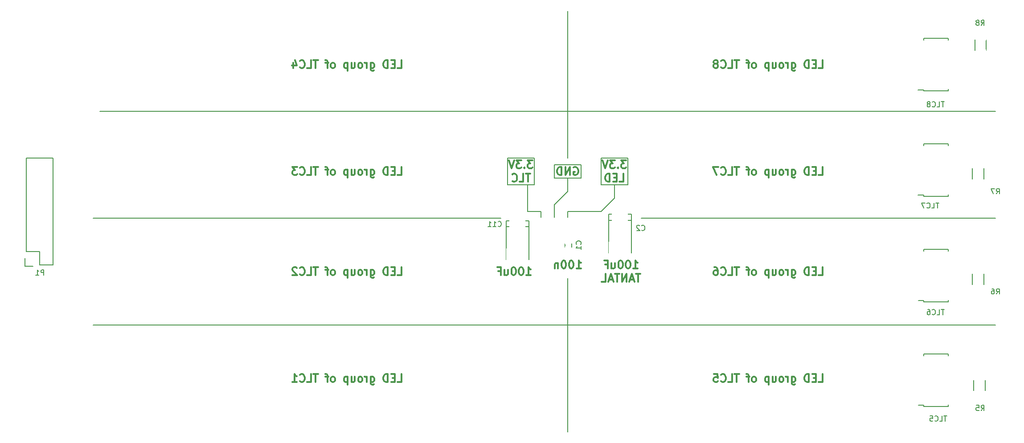
<source format=gbr>
G04 #@! TF.FileFunction,Legend,Bot*
%FSLAX46Y46*%
G04 Gerber Fmt 4.6, Leading zero omitted, Abs format (unit mm)*
G04 Created by KiCad (PCBNEW 4.0.4-stable) date Sat Oct 22 19:05:42 2016*
%MOMM*%
%LPD*%
G01*
G04 APERTURE LIST*
%ADD10C,0.100000*%
%ADD11C,0.300000*%
%ADD12C,0.200000*%
%ADD13C,0.150000*%
%ADD14C,1.924000*%
%ADD15R,2.127200X2.127200*%
%ADD16O,2.127200X2.127200*%
%ADD17R,2.100000X2.400000*%
%ADD18R,1.290000X1.500000*%
%ADD19R,1.500000X0.800000*%
%ADD20R,1.700000X1.700000*%
%ADD21C,1.700000*%
%ADD22R,3.100020X2.950160*%
%ADD23R,4.199840X2.950160*%
%ADD24R,1.150000X1.600000*%
%ADD25R,2.127200X2.432000*%
%ADD26O,2.127200X2.432000*%
%ADD27C,6.800000*%
G04 APERTURE END LIST*
D10*
D11*
X208551428Y-93998571D02*
X209408571Y-93998571D01*
X208979999Y-93998571D02*
X208979999Y-92498571D01*
X209122856Y-92712857D01*
X209265714Y-92855714D01*
X209408571Y-92927143D01*
X207622857Y-92498571D02*
X207480000Y-92498571D01*
X207337143Y-92570000D01*
X207265714Y-92641429D01*
X207194285Y-92784286D01*
X207122857Y-93070000D01*
X207122857Y-93427143D01*
X207194285Y-93712857D01*
X207265714Y-93855714D01*
X207337143Y-93927143D01*
X207480000Y-93998571D01*
X207622857Y-93998571D01*
X207765714Y-93927143D01*
X207837143Y-93855714D01*
X207908571Y-93712857D01*
X207980000Y-93427143D01*
X207980000Y-93070000D01*
X207908571Y-92784286D01*
X207837143Y-92641429D01*
X207765714Y-92570000D01*
X207622857Y-92498571D01*
X206194286Y-92498571D02*
X206051429Y-92498571D01*
X205908572Y-92570000D01*
X205837143Y-92641429D01*
X205765714Y-92784286D01*
X205694286Y-93070000D01*
X205694286Y-93427143D01*
X205765714Y-93712857D01*
X205837143Y-93855714D01*
X205908572Y-93927143D01*
X206051429Y-93998571D01*
X206194286Y-93998571D01*
X206337143Y-93927143D01*
X206408572Y-93855714D01*
X206480000Y-93712857D01*
X206551429Y-93427143D01*
X206551429Y-93070000D01*
X206480000Y-92784286D01*
X206408572Y-92641429D01*
X206337143Y-92570000D01*
X206194286Y-92498571D01*
X204408572Y-92998571D02*
X204408572Y-93998571D01*
X205051429Y-92998571D02*
X205051429Y-93784286D01*
X204980001Y-93927143D01*
X204837143Y-93998571D01*
X204622858Y-93998571D01*
X204480001Y-93927143D01*
X204408572Y-93855714D01*
X203194286Y-93212857D02*
X203694286Y-93212857D01*
X203694286Y-93998571D02*
X203694286Y-92498571D01*
X202980000Y-92498571D01*
X228871428Y-92723571D02*
X229728571Y-92723571D01*
X229299999Y-92723571D02*
X229299999Y-91223571D01*
X229442856Y-91437857D01*
X229585714Y-91580714D01*
X229728571Y-91652143D01*
X227942857Y-91223571D02*
X227800000Y-91223571D01*
X227657143Y-91295000D01*
X227585714Y-91366429D01*
X227514285Y-91509286D01*
X227442857Y-91795000D01*
X227442857Y-92152143D01*
X227514285Y-92437857D01*
X227585714Y-92580714D01*
X227657143Y-92652143D01*
X227800000Y-92723571D01*
X227942857Y-92723571D01*
X228085714Y-92652143D01*
X228157143Y-92580714D01*
X228228571Y-92437857D01*
X228300000Y-92152143D01*
X228300000Y-91795000D01*
X228228571Y-91509286D01*
X228157143Y-91366429D01*
X228085714Y-91295000D01*
X227942857Y-91223571D01*
X226514286Y-91223571D02*
X226371429Y-91223571D01*
X226228572Y-91295000D01*
X226157143Y-91366429D01*
X226085714Y-91509286D01*
X226014286Y-91795000D01*
X226014286Y-92152143D01*
X226085714Y-92437857D01*
X226157143Y-92580714D01*
X226228572Y-92652143D01*
X226371429Y-92723571D01*
X226514286Y-92723571D01*
X226657143Y-92652143D01*
X226728572Y-92580714D01*
X226800000Y-92437857D01*
X226871429Y-92152143D01*
X226871429Y-91795000D01*
X226800000Y-91509286D01*
X226728572Y-91366429D01*
X226657143Y-91295000D01*
X226514286Y-91223571D01*
X224728572Y-91723571D02*
X224728572Y-92723571D01*
X225371429Y-91723571D02*
X225371429Y-92509286D01*
X225300001Y-92652143D01*
X225157143Y-92723571D01*
X224942858Y-92723571D01*
X224800001Y-92652143D01*
X224728572Y-92580714D01*
X223514286Y-91937857D02*
X224014286Y-91937857D01*
X224014286Y-92723571D02*
X224014286Y-91223571D01*
X223300000Y-91223571D01*
X230228571Y-93773571D02*
X229371428Y-93773571D01*
X229799999Y-95273571D02*
X229799999Y-93773571D01*
X228942857Y-94845000D02*
X228228571Y-94845000D01*
X229085714Y-95273571D02*
X228585714Y-93773571D01*
X228085714Y-95273571D01*
X227585714Y-95273571D02*
X227585714Y-93773571D01*
X226728571Y-95273571D01*
X226728571Y-93773571D01*
X226228571Y-93773571D02*
X225371428Y-93773571D01*
X225799999Y-95273571D02*
X225799999Y-93773571D01*
X224942857Y-94845000D02*
X224228571Y-94845000D01*
X225085714Y-95273571D02*
X224585714Y-93773571D01*
X224085714Y-95273571D01*
X222871428Y-95273571D02*
X223585714Y-95273571D01*
X223585714Y-93773571D01*
X218068571Y-92728571D02*
X218925714Y-92728571D01*
X218497142Y-92728571D02*
X218497142Y-91228571D01*
X218639999Y-91442857D01*
X218782857Y-91585714D01*
X218925714Y-91657143D01*
X217140000Y-91228571D02*
X216997143Y-91228571D01*
X216854286Y-91300000D01*
X216782857Y-91371429D01*
X216711428Y-91514286D01*
X216640000Y-91800000D01*
X216640000Y-92157143D01*
X216711428Y-92442857D01*
X216782857Y-92585714D01*
X216854286Y-92657143D01*
X216997143Y-92728571D01*
X217140000Y-92728571D01*
X217282857Y-92657143D01*
X217354286Y-92585714D01*
X217425714Y-92442857D01*
X217497143Y-92157143D01*
X217497143Y-91800000D01*
X217425714Y-91514286D01*
X217354286Y-91371429D01*
X217282857Y-91300000D01*
X217140000Y-91228571D01*
X215711429Y-91228571D02*
X215568572Y-91228571D01*
X215425715Y-91300000D01*
X215354286Y-91371429D01*
X215282857Y-91514286D01*
X215211429Y-91800000D01*
X215211429Y-92157143D01*
X215282857Y-92442857D01*
X215354286Y-92585714D01*
X215425715Y-92657143D01*
X215568572Y-92728571D01*
X215711429Y-92728571D01*
X215854286Y-92657143D01*
X215925715Y-92585714D01*
X215997143Y-92442857D01*
X216068572Y-92157143D01*
X216068572Y-91800000D01*
X215997143Y-91514286D01*
X215925715Y-91371429D01*
X215854286Y-91300000D01*
X215711429Y-91228571D01*
X214568572Y-91728571D02*
X214568572Y-92728571D01*
X214568572Y-91871429D02*
X214497144Y-91800000D01*
X214354286Y-91728571D01*
X214140001Y-91728571D01*
X213997144Y-91800000D01*
X213925715Y-91942857D01*
X213925715Y-92728571D01*
D12*
X216390000Y-78080000D02*
X216390000Y-75540000D01*
X213850000Y-80620000D02*
X216390000Y-78080000D01*
X213850000Y-83160000D02*
X213850000Y-80620000D01*
X213850000Y-75540000D02*
X213850000Y-73000000D01*
X218930000Y-75540000D02*
X213850000Y-75540000D01*
X218930000Y-73000000D02*
X218930000Y-75540000D01*
X213850000Y-73000000D02*
X218930000Y-73000000D01*
D11*
X217532857Y-73520000D02*
X217675714Y-73448571D01*
X217890000Y-73448571D01*
X218104285Y-73520000D01*
X218247143Y-73662857D01*
X218318571Y-73805714D01*
X218390000Y-74091429D01*
X218390000Y-74305714D01*
X218318571Y-74591429D01*
X218247143Y-74734286D01*
X218104285Y-74877143D01*
X217890000Y-74948571D01*
X217747143Y-74948571D01*
X217532857Y-74877143D01*
X217461428Y-74805714D01*
X217461428Y-74305714D01*
X217747143Y-74305714D01*
X216818571Y-74948571D02*
X216818571Y-73448571D01*
X215961428Y-74948571D01*
X215961428Y-73448571D01*
X215247142Y-74948571D02*
X215247142Y-73448571D01*
X214889999Y-73448571D01*
X214675714Y-73520000D01*
X214532856Y-73662857D01*
X214461428Y-73805714D01*
X214389999Y-74091429D01*
X214389999Y-74305714D01*
X214461428Y-74591429D01*
X214532856Y-74734286D01*
X214675714Y-74877143D01*
X214889999Y-74948571D01*
X215247142Y-74948571D01*
D12*
X216390000Y-81890000D02*
X217660000Y-81890000D01*
X216390000Y-84430000D02*
X216390000Y-81890000D01*
X216390000Y-70460000D02*
X216390000Y-71730000D01*
X216390000Y-46330000D02*
X216390000Y-70460000D01*
X216390000Y-103480000D02*
X216390000Y-94590000D01*
X222740000Y-81890000D02*
X217660000Y-81890000D01*
X225280000Y-79350000D02*
X222740000Y-81890000D01*
X225280000Y-76810000D02*
X225280000Y-79350000D01*
X222740000Y-76810000D02*
X222740000Y-71730000D01*
X227820000Y-76810000D02*
X222740000Y-76810000D01*
X227820000Y-71730000D02*
X227820000Y-76810000D01*
X222740000Y-71730000D02*
X227820000Y-71730000D01*
D11*
X227494285Y-72173571D02*
X226565714Y-72173571D01*
X227065714Y-72745000D01*
X226851428Y-72745000D01*
X226708571Y-72816429D01*
X226637142Y-72887857D01*
X226565714Y-73030714D01*
X226565714Y-73387857D01*
X226637142Y-73530714D01*
X226708571Y-73602143D01*
X226851428Y-73673571D01*
X227280000Y-73673571D01*
X227422857Y-73602143D01*
X227494285Y-73530714D01*
X225922857Y-73530714D02*
X225851429Y-73602143D01*
X225922857Y-73673571D01*
X225994286Y-73602143D01*
X225922857Y-73530714D01*
X225922857Y-73673571D01*
X225351428Y-72173571D02*
X224422857Y-72173571D01*
X224922857Y-72745000D01*
X224708571Y-72745000D01*
X224565714Y-72816429D01*
X224494285Y-72887857D01*
X224422857Y-73030714D01*
X224422857Y-73387857D01*
X224494285Y-73530714D01*
X224565714Y-73602143D01*
X224708571Y-73673571D01*
X225137143Y-73673571D01*
X225280000Y-73602143D01*
X225351428Y-73530714D01*
X223994286Y-72173571D02*
X223494286Y-73673571D01*
X222994286Y-72173571D01*
X226244285Y-76223571D02*
X226958571Y-76223571D01*
X226958571Y-74723571D01*
X225744285Y-75437857D02*
X225244285Y-75437857D01*
X225029999Y-76223571D02*
X225744285Y-76223571D01*
X225744285Y-74723571D01*
X225029999Y-74723571D01*
X224387142Y-76223571D02*
X224387142Y-74723571D01*
X224029999Y-74723571D01*
X223815714Y-74795000D01*
X223672856Y-74937857D01*
X223601428Y-75080714D01*
X223529999Y-75366429D01*
X223529999Y-75580714D01*
X223601428Y-75866429D01*
X223672856Y-76009286D01*
X223815714Y-76152143D01*
X224029999Y-76223571D01*
X224387142Y-76223571D01*
D12*
X230360000Y-83160000D02*
X297670000Y-83160000D01*
X203690000Y-83160000D02*
X126220000Y-83160000D01*
X211310000Y-81890000D02*
X211310000Y-83160000D01*
X210040000Y-76810000D02*
X208770000Y-76810000D01*
X210040000Y-71730000D02*
X210040000Y-76810000D01*
X204960000Y-71730000D02*
X210040000Y-71730000D01*
X204960000Y-76810000D02*
X204960000Y-71730000D01*
X208770000Y-76810000D02*
X204960000Y-76810000D01*
X208770000Y-81890000D02*
X208770000Y-76810000D01*
X211310000Y-81890000D02*
X208770000Y-81890000D01*
D11*
X209714285Y-72173571D02*
X208785714Y-72173571D01*
X209285714Y-72745000D01*
X209071428Y-72745000D01*
X208928571Y-72816429D01*
X208857142Y-72887857D01*
X208785714Y-73030714D01*
X208785714Y-73387857D01*
X208857142Y-73530714D01*
X208928571Y-73602143D01*
X209071428Y-73673571D01*
X209500000Y-73673571D01*
X209642857Y-73602143D01*
X209714285Y-73530714D01*
X208142857Y-73530714D02*
X208071429Y-73602143D01*
X208142857Y-73673571D01*
X208214286Y-73602143D01*
X208142857Y-73530714D01*
X208142857Y-73673571D01*
X207571428Y-72173571D02*
X206642857Y-72173571D01*
X207142857Y-72745000D01*
X206928571Y-72745000D01*
X206785714Y-72816429D01*
X206714285Y-72887857D01*
X206642857Y-73030714D01*
X206642857Y-73387857D01*
X206714285Y-73530714D01*
X206785714Y-73602143D01*
X206928571Y-73673571D01*
X207357143Y-73673571D01*
X207500000Y-73602143D01*
X207571428Y-73530714D01*
X206214286Y-72173571D02*
X205714286Y-73673571D01*
X205214286Y-72173571D01*
X209285714Y-74723571D02*
X208428571Y-74723571D01*
X208857142Y-76223571D02*
X208857142Y-74723571D01*
X207214285Y-76223571D02*
X207928571Y-76223571D01*
X207928571Y-74723571D01*
X205857142Y-76080714D02*
X205928571Y-76152143D01*
X206142857Y-76223571D01*
X206285714Y-76223571D01*
X206499999Y-76152143D01*
X206642857Y-76009286D01*
X206714285Y-75866429D01*
X206785714Y-75580714D01*
X206785714Y-75366429D01*
X206714285Y-75080714D01*
X206642857Y-74937857D01*
X206499999Y-74795000D01*
X206285714Y-74723571D01*
X206142857Y-74723571D01*
X205928571Y-74795000D01*
X205857142Y-74866429D01*
X264097142Y-114318571D02*
X264811428Y-114318571D01*
X264811428Y-112818571D01*
X263597142Y-113532857D02*
X263097142Y-113532857D01*
X262882856Y-114318571D02*
X263597142Y-114318571D01*
X263597142Y-112818571D01*
X262882856Y-112818571D01*
X262239999Y-114318571D02*
X262239999Y-112818571D01*
X261882856Y-112818571D01*
X261668571Y-112890000D01*
X261525713Y-113032857D01*
X261454285Y-113175714D01*
X261382856Y-113461429D01*
X261382856Y-113675714D01*
X261454285Y-113961429D01*
X261525713Y-114104286D01*
X261668571Y-114247143D01*
X261882856Y-114318571D01*
X262239999Y-114318571D01*
X258954285Y-113318571D02*
X258954285Y-114532857D01*
X259025714Y-114675714D01*
X259097142Y-114747143D01*
X259239999Y-114818571D01*
X259454285Y-114818571D01*
X259597142Y-114747143D01*
X258954285Y-114247143D02*
X259097142Y-114318571D01*
X259382856Y-114318571D01*
X259525714Y-114247143D01*
X259597142Y-114175714D01*
X259668571Y-114032857D01*
X259668571Y-113604286D01*
X259597142Y-113461429D01*
X259525714Y-113390000D01*
X259382856Y-113318571D01*
X259097142Y-113318571D01*
X258954285Y-113390000D01*
X258239999Y-114318571D02*
X258239999Y-113318571D01*
X258239999Y-113604286D02*
X258168571Y-113461429D01*
X258097142Y-113390000D01*
X257954285Y-113318571D01*
X257811428Y-113318571D01*
X257097142Y-114318571D02*
X257240000Y-114247143D01*
X257311428Y-114175714D01*
X257382857Y-114032857D01*
X257382857Y-113604286D01*
X257311428Y-113461429D01*
X257240000Y-113390000D01*
X257097142Y-113318571D01*
X256882857Y-113318571D01*
X256740000Y-113390000D01*
X256668571Y-113461429D01*
X256597142Y-113604286D01*
X256597142Y-114032857D01*
X256668571Y-114175714D01*
X256740000Y-114247143D01*
X256882857Y-114318571D01*
X257097142Y-114318571D01*
X255311428Y-113318571D02*
X255311428Y-114318571D01*
X255954285Y-113318571D02*
X255954285Y-114104286D01*
X255882857Y-114247143D01*
X255739999Y-114318571D01*
X255525714Y-114318571D01*
X255382857Y-114247143D01*
X255311428Y-114175714D01*
X254597142Y-113318571D02*
X254597142Y-114818571D01*
X254597142Y-113390000D02*
X254454285Y-113318571D01*
X254168571Y-113318571D01*
X254025714Y-113390000D01*
X253954285Y-113461429D01*
X253882856Y-113604286D01*
X253882856Y-114032857D01*
X253954285Y-114175714D01*
X254025714Y-114247143D01*
X254168571Y-114318571D01*
X254454285Y-114318571D01*
X254597142Y-114247143D01*
X251882856Y-114318571D02*
X252025714Y-114247143D01*
X252097142Y-114175714D01*
X252168571Y-114032857D01*
X252168571Y-113604286D01*
X252097142Y-113461429D01*
X252025714Y-113390000D01*
X251882856Y-113318571D01*
X251668571Y-113318571D01*
X251525714Y-113390000D01*
X251454285Y-113461429D01*
X251382856Y-113604286D01*
X251382856Y-114032857D01*
X251454285Y-114175714D01*
X251525714Y-114247143D01*
X251668571Y-114318571D01*
X251882856Y-114318571D01*
X250954285Y-113318571D02*
X250382856Y-113318571D01*
X250739999Y-114318571D02*
X250739999Y-113032857D01*
X250668571Y-112890000D01*
X250525713Y-112818571D01*
X250382856Y-112818571D01*
X248954285Y-112818571D02*
X248097142Y-112818571D01*
X248525713Y-114318571D02*
X248525713Y-112818571D01*
X246882856Y-114318571D02*
X247597142Y-114318571D01*
X247597142Y-112818571D01*
X245525713Y-114175714D02*
X245597142Y-114247143D01*
X245811428Y-114318571D01*
X245954285Y-114318571D01*
X246168570Y-114247143D01*
X246311428Y-114104286D01*
X246382856Y-113961429D01*
X246454285Y-113675714D01*
X246454285Y-113461429D01*
X246382856Y-113175714D01*
X246311428Y-113032857D01*
X246168570Y-112890000D01*
X245954285Y-112818571D01*
X245811428Y-112818571D01*
X245597142Y-112890000D01*
X245525713Y-112961429D01*
X244168570Y-112818571D02*
X244882856Y-112818571D01*
X244954285Y-113532857D01*
X244882856Y-113461429D01*
X244739999Y-113390000D01*
X244382856Y-113390000D01*
X244239999Y-113461429D01*
X244168570Y-113532857D01*
X244097142Y-113675714D01*
X244097142Y-114032857D01*
X244168570Y-114175714D01*
X244239999Y-114247143D01*
X244382856Y-114318571D01*
X244739999Y-114318571D01*
X244882856Y-114247143D01*
X244954285Y-114175714D01*
X264097142Y-93998571D02*
X264811428Y-93998571D01*
X264811428Y-92498571D01*
X263597142Y-93212857D02*
X263097142Y-93212857D01*
X262882856Y-93998571D02*
X263597142Y-93998571D01*
X263597142Y-92498571D01*
X262882856Y-92498571D01*
X262239999Y-93998571D02*
X262239999Y-92498571D01*
X261882856Y-92498571D01*
X261668571Y-92570000D01*
X261525713Y-92712857D01*
X261454285Y-92855714D01*
X261382856Y-93141429D01*
X261382856Y-93355714D01*
X261454285Y-93641429D01*
X261525713Y-93784286D01*
X261668571Y-93927143D01*
X261882856Y-93998571D01*
X262239999Y-93998571D01*
X258954285Y-92998571D02*
X258954285Y-94212857D01*
X259025714Y-94355714D01*
X259097142Y-94427143D01*
X259239999Y-94498571D01*
X259454285Y-94498571D01*
X259597142Y-94427143D01*
X258954285Y-93927143D02*
X259097142Y-93998571D01*
X259382856Y-93998571D01*
X259525714Y-93927143D01*
X259597142Y-93855714D01*
X259668571Y-93712857D01*
X259668571Y-93284286D01*
X259597142Y-93141429D01*
X259525714Y-93070000D01*
X259382856Y-92998571D01*
X259097142Y-92998571D01*
X258954285Y-93070000D01*
X258239999Y-93998571D02*
X258239999Y-92998571D01*
X258239999Y-93284286D02*
X258168571Y-93141429D01*
X258097142Y-93070000D01*
X257954285Y-92998571D01*
X257811428Y-92998571D01*
X257097142Y-93998571D02*
X257240000Y-93927143D01*
X257311428Y-93855714D01*
X257382857Y-93712857D01*
X257382857Y-93284286D01*
X257311428Y-93141429D01*
X257240000Y-93070000D01*
X257097142Y-92998571D01*
X256882857Y-92998571D01*
X256740000Y-93070000D01*
X256668571Y-93141429D01*
X256597142Y-93284286D01*
X256597142Y-93712857D01*
X256668571Y-93855714D01*
X256740000Y-93927143D01*
X256882857Y-93998571D01*
X257097142Y-93998571D01*
X255311428Y-92998571D02*
X255311428Y-93998571D01*
X255954285Y-92998571D02*
X255954285Y-93784286D01*
X255882857Y-93927143D01*
X255739999Y-93998571D01*
X255525714Y-93998571D01*
X255382857Y-93927143D01*
X255311428Y-93855714D01*
X254597142Y-92998571D02*
X254597142Y-94498571D01*
X254597142Y-93070000D02*
X254454285Y-92998571D01*
X254168571Y-92998571D01*
X254025714Y-93070000D01*
X253954285Y-93141429D01*
X253882856Y-93284286D01*
X253882856Y-93712857D01*
X253954285Y-93855714D01*
X254025714Y-93927143D01*
X254168571Y-93998571D01*
X254454285Y-93998571D01*
X254597142Y-93927143D01*
X251882856Y-93998571D02*
X252025714Y-93927143D01*
X252097142Y-93855714D01*
X252168571Y-93712857D01*
X252168571Y-93284286D01*
X252097142Y-93141429D01*
X252025714Y-93070000D01*
X251882856Y-92998571D01*
X251668571Y-92998571D01*
X251525714Y-93070000D01*
X251454285Y-93141429D01*
X251382856Y-93284286D01*
X251382856Y-93712857D01*
X251454285Y-93855714D01*
X251525714Y-93927143D01*
X251668571Y-93998571D01*
X251882856Y-93998571D01*
X250954285Y-92998571D02*
X250382856Y-92998571D01*
X250739999Y-93998571D02*
X250739999Y-92712857D01*
X250668571Y-92570000D01*
X250525713Y-92498571D01*
X250382856Y-92498571D01*
X248954285Y-92498571D02*
X248097142Y-92498571D01*
X248525713Y-93998571D02*
X248525713Y-92498571D01*
X246882856Y-93998571D02*
X247597142Y-93998571D01*
X247597142Y-92498571D01*
X245525713Y-93855714D02*
X245597142Y-93927143D01*
X245811428Y-93998571D01*
X245954285Y-93998571D01*
X246168570Y-93927143D01*
X246311428Y-93784286D01*
X246382856Y-93641429D01*
X246454285Y-93355714D01*
X246454285Y-93141429D01*
X246382856Y-92855714D01*
X246311428Y-92712857D01*
X246168570Y-92570000D01*
X245954285Y-92498571D01*
X245811428Y-92498571D01*
X245597142Y-92570000D01*
X245525713Y-92641429D01*
X244239999Y-92498571D02*
X244525713Y-92498571D01*
X244668570Y-92570000D01*
X244739999Y-92641429D01*
X244882856Y-92855714D01*
X244954285Y-93141429D01*
X244954285Y-93712857D01*
X244882856Y-93855714D01*
X244811428Y-93927143D01*
X244668570Y-93998571D01*
X244382856Y-93998571D01*
X244239999Y-93927143D01*
X244168570Y-93855714D01*
X244097142Y-93712857D01*
X244097142Y-93355714D01*
X244168570Y-93212857D01*
X244239999Y-93141429D01*
X244382856Y-93070000D01*
X244668570Y-93070000D01*
X244811428Y-93141429D01*
X244882856Y-93212857D01*
X244954285Y-93355714D01*
X264097142Y-74948571D02*
X264811428Y-74948571D01*
X264811428Y-73448571D01*
X263597142Y-74162857D02*
X263097142Y-74162857D01*
X262882856Y-74948571D02*
X263597142Y-74948571D01*
X263597142Y-73448571D01*
X262882856Y-73448571D01*
X262239999Y-74948571D02*
X262239999Y-73448571D01*
X261882856Y-73448571D01*
X261668571Y-73520000D01*
X261525713Y-73662857D01*
X261454285Y-73805714D01*
X261382856Y-74091429D01*
X261382856Y-74305714D01*
X261454285Y-74591429D01*
X261525713Y-74734286D01*
X261668571Y-74877143D01*
X261882856Y-74948571D01*
X262239999Y-74948571D01*
X258954285Y-73948571D02*
X258954285Y-75162857D01*
X259025714Y-75305714D01*
X259097142Y-75377143D01*
X259239999Y-75448571D01*
X259454285Y-75448571D01*
X259597142Y-75377143D01*
X258954285Y-74877143D02*
X259097142Y-74948571D01*
X259382856Y-74948571D01*
X259525714Y-74877143D01*
X259597142Y-74805714D01*
X259668571Y-74662857D01*
X259668571Y-74234286D01*
X259597142Y-74091429D01*
X259525714Y-74020000D01*
X259382856Y-73948571D01*
X259097142Y-73948571D01*
X258954285Y-74020000D01*
X258239999Y-74948571D02*
X258239999Y-73948571D01*
X258239999Y-74234286D02*
X258168571Y-74091429D01*
X258097142Y-74020000D01*
X257954285Y-73948571D01*
X257811428Y-73948571D01*
X257097142Y-74948571D02*
X257240000Y-74877143D01*
X257311428Y-74805714D01*
X257382857Y-74662857D01*
X257382857Y-74234286D01*
X257311428Y-74091429D01*
X257240000Y-74020000D01*
X257097142Y-73948571D01*
X256882857Y-73948571D01*
X256740000Y-74020000D01*
X256668571Y-74091429D01*
X256597142Y-74234286D01*
X256597142Y-74662857D01*
X256668571Y-74805714D01*
X256740000Y-74877143D01*
X256882857Y-74948571D01*
X257097142Y-74948571D01*
X255311428Y-73948571D02*
X255311428Y-74948571D01*
X255954285Y-73948571D02*
X255954285Y-74734286D01*
X255882857Y-74877143D01*
X255739999Y-74948571D01*
X255525714Y-74948571D01*
X255382857Y-74877143D01*
X255311428Y-74805714D01*
X254597142Y-73948571D02*
X254597142Y-75448571D01*
X254597142Y-74020000D02*
X254454285Y-73948571D01*
X254168571Y-73948571D01*
X254025714Y-74020000D01*
X253954285Y-74091429D01*
X253882856Y-74234286D01*
X253882856Y-74662857D01*
X253954285Y-74805714D01*
X254025714Y-74877143D01*
X254168571Y-74948571D01*
X254454285Y-74948571D01*
X254597142Y-74877143D01*
X251882856Y-74948571D02*
X252025714Y-74877143D01*
X252097142Y-74805714D01*
X252168571Y-74662857D01*
X252168571Y-74234286D01*
X252097142Y-74091429D01*
X252025714Y-74020000D01*
X251882856Y-73948571D01*
X251668571Y-73948571D01*
X251525714Y-74020000D01*
X251454285Y-74091429D01*
X251382856Y-74234286D01*
X251382856Y-74662857D01*
X251454285Y-74805714D01*
X251525714Y-74877143D01*
X251668571Y-74948571D01*
X251882856Y-74948571D01*
X250954285Y-73948571D02*
X250382856Y-73948571D01*
X250739999Y-74948571D02*
X250739999Y-73662857D01*
X250668571Y-73520000D01*
X250525713Y-73448571D01*
X250382856Y-73448571D01*
X248954285Y-73448571D02*
X248097142Y-73448571D01*
X248525713Y-74948571D02*
X248525713Y-73448571D01*
X246882856Y-74948571D02*
X247597142Y-74948571D01*
X247597142Y-73448571D01*
X245525713Y-74805714D02*
X245597142Y-74877143D01*
X245811428Y-74948571D01*
X245954285Y-74948571D01*
X246168570Y-74877143D01*
X246311428Y-74734286D01*
X246382856Y-74591429D01*
X246454285Y-74305714D01*
X246454285Y-74091429D01*
X246382856Y-73805714D01*
X246311428Y-73662857D01*
X246168570Y-73520000D01*
X245954285Y-73448571D01*
X245811428Y-73448571D01*
X245597142Y-73520000D01*
X245525713Y-73591429D01*
X245025713Y-73448571D02*
X244025713Y-73448571D01*
X244668570Y-74948571D01*
X264097142Y-54628571D02*
X264811428Y-54628571D01*
X264811428Y-53128571D01*
X263597142Y-53842857D02*
X263097142Y-53842857D01*
X262882856Y-54628571D02*
X263597142Y-54628571D01*
X263597142Y-53128571D01*
X262882856Y-53128571D01*
X262239999Y-54628571D02*
X262239999Y-53128571D01*
X261882856Y-53128571D01*
X261668571Y-53200000D01*
X261525713Y-53342857D01*
X261454285Y-53485714D01*
X261382856Y-53771429D01*
X261382856Y-53985714D01*
X261454285Y-54271429D01*
X261525713Y-54414286D01*
X261668571Y-54557143D01*
X261882856Y-54628571D01*
X262239999Y-54628571D01*
X258954285Y-53628571D02*
X258954285Y-54842857D01*
X259025714Y-54985714D01*
X259097142Y-55057143D01*
X259239999Y-55128571D01*
X259454285Y-55128571D01*
X259597142Y-55057143D01*
X258954285Y-54557143D02*
X259097142Y-54628571D01*
X259382856Y-54628571D01*
X259525714Y-54557143D01*
X259597142Y-54485714D01*
X259668571Y-54342857D01*
X259668571Y-53914286D01*
X259597142Y-53771429D01*
X259525714Y-53700000D01*
X259382856Y-53628571D01*
X259097142Y-53628571D01*
X258954285Y-53700000D01*
X258239999Y-54628571D02*
X258239999Y-53628571D01*
X258239999Y-53914286D02*
X258168571Y-53771429D01*
X258097142Y-53700000D01*
X257954285Y-53628571D01*
X257811428Y-53628571D01*
X257097142Y-54628571D02*
X257240000Y-54557143D01*
X257311428Y-54485714D01*
X257382857Y-54342857D01*
X257382857Y-53914286D01*
X257311428Y-53771429D01*
X257240000Y-53700000D01*
X257097142Y-53628571D01*
X256882857Y-53628571D01*
X256740000Y-53700000D01*
X256668571Y-53771429D01*
X256597142Y-53914286D01*
X256597142Y-54342857D01*
X256668571Y-54485714D01*
X256740000Y-54557143D01*
X256882857Y-54628571D01*
X257097142Y-54628571D01*
X255311428Y-53628571D02*
X255311428Y-54628571D01*
X255954285Y-53628571D02*
X255954285Y-54414286D01*
X255882857Y-54557143D01*
X255739999Y-54628571D01*
X255525714Y-54628571D01*
X255382857Y-54557143D01*
X255311428Y-54485714D01*
X254597142Y-53628571D02*
X254597142Y-55128571D01*
X254597142Y-53700000D02*
X254454285Y-53628571D01*
X254168571Y-53628571D01*
X254025714Y-53700000D01*
X253954285Y-53771429D01*
X253882856Y-53914286D01*
X253882856Y-54342857D01*
X253954285Y-54485714D01*
X254025714Y-54557143D01*
X254168571Y-54628571D01*
X254454285Y-54628571D01*
X254597142Y-54557143D01*
X251882856Y-54628571D02*
X252025714Y-54557143D01*
X252097142Y-54485714D01*
X252168571Y-54342857D01*
X252168571Y-53914286D01*
X252097142Y-53771429D01*
X252025714Y-53700000D01*
X251882856Y-53628571D01*
X251668571Y-53628571D01*
X251525714Y-53700000D01*
X251454285Y-53771429D01*
X251382856Y-53914286D01*
X251382856Y-54342857D01*
X251454285Y-54485714D01*
X251525714Y-54557143D01*
X251668571Y-54628571D01*
X251882856Y-54628571D01*
X250954285Y-53628571D02*
X250382856Y-53628571D01*
X250739999Y-54628571D02*
X250739999Y-53342857D01*
X250668571Y-53200000D01*
X250525713Y-53128571D01*
X250382856Y-53128571D01*
X248954285Y-53128571D02*
X248097142Y-53128571D01*
X248525713Y-54628571D02*
X248525713Y-53128571D01*
X246882856Y-54628571D02*
X247597142Y-54628571D01*
X247597142Y-53128571D01*
X245525713Y-54485714D02*
X245597142Y-54557143D01*
X245811428Y-54628571D01*
X245954285Y-54628571D01*
X246168570Y-54557143D01*
X246311428Y-54414286D01*
X246382856Y-54271429D01*
X246454285Y-53985714D01*
X246454285Y-53771429D01*
X246382856Y-53485714D01*
X246311428Y-53342857D01*
X246168570Y-53200000D01*
X245954285Y-53128571D01*
X245811428Y-53128571D01*
X245597142Y-53200000D01*
X245525713Y-53271429D01*
X244668570Y-53771429D02*
X244811428Y-53700000D01*
X244882856Y-53628571D01*
X244954285Y-53485714D01*
X244954285Y-53414286D01*
X244882856Y-53271429D01*
X244811428Y-53200000D01*
X244668570Y-53128571D01*
X244382856Y-53128571D01*
X244239999Y-53200000D01*
X244168570Y-53271429D01*
X244097142Y-53414286D01*
X244097142Y-53485714D01*
X244168570Y-53628571D01*
X244239999Y-53700000D01*
X244382856Y-53771429D01*
X244668570Y-53771429D01*
X244811428Y-53842857D01*
X244882856Y-53914286D01*
X244954285Y-54057143D01*
X244954285Y-54342857D01*
X244882856Y-54485714D01*
X244811428Y-54557143D01*
X244668570Y-54628571D01*
X244382856Y-54628571D01*
X244239999Y-54557143D01*
X244168570Y-54485714D01*
X244097142Y-54342857D01*
X244097142Y-54057143D01*
X244168570Y-53914286D01*
X244239999Y-53842857D01*
X244382856Y-53771429D01*
X184087142Y-114318571D02*
X184801428Y-114318571D01*
X184801428Y-112818571D01*
X183587142Y-113532857D02*
X183087142Y-113532857D01*
X182872856Y-114318571D02*
X183587142Y-114318571D01*
X183587142Y-112818571D01*
X182872856Y-112818571D01*
X182229999Y-114318571D02*
X182229999Y-112818571D01*
X181872856Y-112818571D01*
X181658571Y-112890000D01*
X181515713Y-113032857D01*
X181444285Y-113175714D01*
X181372856Y-113461429D01*
X181372856Y-113675714D01*
X181444285Y-113961429D01*
X181515713Y-114104286D01*
X181658571Y-114247143D01*
X181872856Y-114318571D01*
X182229999Y-114318571D01*
X178944285Y-113318571D02*
X178944285Y-114532857D01*
X179015714Y-114675714D01*
X179087142Y-114747143D01*
X179229999Y-114818571D01*
X179444285Y-114818571D01*
X179587142Y-114747143D01*
X178944285Y-114247143D02*
X179087142Y-114318571D01*
X179372856Y-114318571D01*
X179515714Y-114247143D01*
X179587142Y-114175714D01*
X179658571Y-114032857D01*
X179658571Y-113604286D01*
X179587142Y-113461429D01*
X179515714Y-113390000D01*
X179372856Y-113318571D01*
X179087142Y-113318571D01*
X178944285Y-113390000D01*
X178229999Y-114318571D02*
X178229999Y-113318571D01*
X178229999Y-113604286D02*
X178158571Y-113461429D01*
X178087142Y-113390000D01*
X177944285Y-113318571D01*
X177801428Y-113318571D01*
X177087142Y-114318571D02*
X177230000Y-114247143D01*
X177301428Y-114175714D01*
X177372857Y-114032857D01*
X177372857Y-113604286D01*
X177301428Y-113461429D01*
X177230000Y-113390000D01*
X177087142Y-113318571D01*
X176872857Y-113318571D01*
X176730000Y-113390000D01*
X176658571Y-113461429D01*
X176587142Y-113604286D01*
X176587142Y-114032857D01*
X176658571Y-114175714D01*
X176730000Y-114247143D01*
X176872857Y-114318571D01*
X177087142Y-114318571D01*
X175301428Y-113318571D02*
X175301428Y-114318571D01*
X175944285Y-113318571D02*
X175944285Y-114104286D01*
X175872857Y-114247143D01*
X175729999Y-114318571D01*
X175515714Y-114318571D01*
X175372857Y-114247143D01*
X175301428Y-114175714D01*
X174587142Y-113318571D02*
X174587142Y-114818571D01*
X174587142Y-113390000D02*
X174444285Y-113318571D01*
X174158571Y-113318571D01*
X174015714Y-113390000D01*
X173944285Y-113461429D01*
X173872856Y-113604286D01*
X173872856Y-114032857D01*
X173944285Y-114175714D01*
X174015714Y-114247143D01*
X174158571Y-114318571D01*
X174444285Y-114318571D01*
X174587142Y-114247143D01*
X171872856Y-114318571D02*
X172015714Y-114247143D01*
X172087142Y-114175714D01*
X172158571Y-114032857D01*
X172158571Y-113604286D01*
X172087142Y-113461429D01*
X172015714Y-113390000D01*
X171872856Y-113318571D01*
X171658571Y-113318571D01*
X171515714Y-113390000D01*
X171444285Y-113461429D01*
X171372856Y-113604286D01*
X171372856Y-114032857D01*
X171444285Y-114175714D01*
X171515714Y-114247143D01*
X171658571Y-114318571D01*
X171872856Y-114318571D01*
X170944285Y-113318571D02*
X170372856Y-113318571D01*
X170729999Y-114318571D02*
X170729999Y-113032857D01*
X170658571Y-112890000D01*
X170515713Y-112818571D01*
X170372856Y-112818571D01*
X168944285Y-112818571D02*
X168087142Y-112818571D01*
X168515713Y-114318571D02*
X168515713Y-112818571D01*
X166872856Y-114318571D02*
X167587142Y-114318571D01*
X167587142Y-112818571D01*
X165515713Y-114175714D02*
X165587142Y-114247143D01*
X165801428Y-114318571D01*
X165944285Y-114318571D01*
X166158570Y-114247143D01*
X166301428Y-114104286D01*
X166372856Y-113961429D01*
X166444285Y-113675714D01*
X166444285Y-113461429D01*
X166372856Y-113175714D01*
X166301428Y-113032857D01*
X166158570Y-112890000D01*
X165944285Y-112818571D01*
X165801428Y-112818571D01*
X165587142Y-112890000D01*
X165515713Y-112961429D01*
X164087142Y-114318571D02*
X164944285Y-114318571D01*
X164515713Y-114318571D02*
X164515713Y-112818571D01*
X164658570Y-113032857D01*
X164801428Y-113175714D01*
X164944285Y-113247143D01*
X184087142Y-93998571D02*
X184801428Y-93998571D01*
X184801428Y-92498571D01*
X183587142Y-93212857D02*
X183087142Y-93212857D01*
X182872856Y-93998571D02*
X183587142Y-93998571D01*
X183587142Y-92498571D01*
X182872856Y-92498571D01*
X182229999Y-93998571D02*
X182229999Y-92498571D01*
X181872856Y-92498571D01*
X181658571Y-92570000D01*
X181515713Y-92712857D01*
X181444285Y-92855714D01*
X181372856Y-93141429D01*
X181372856Y-93355714D01*
X181444285Y-93641429D01*
X181515713Y-93784286D01*
X181658571Y-93927143D01*
X181872856Y-93998571D01*
X182229999Y-93998571D01*
X178944285Y-92998571D02*
X178944285Y-94212857D01*
X179015714Y-94355714D01*
X179087142Y-94427143D01*
X179229999Y-94498571D01*
X179444285Y-94498571D01*
X179587142Y-94427143D01*
X178944285Y-93927143D02*
X179087142Y-93998571D01*
X179372856Y-93998571D01*
X179515714Y-93927143D01*
X179587142Y-93855714D01*
X179658571Y-93712857D01*
X179658571Y-93284286D01*
X179587142Y-93141429D01*
X179515714Y-93070000D01*
X179372856Y-92998571D01*
X179087142Y-92998571D01*
X178944285Y-93070000D01*
X178229999Y-93998571D02*
X178229999Y-92998571D01*
X178229999Y-93284286D02*
X178158571Y-93141429D01*
X178087142Y-93070000D01*
X177944285Y-92998571D01*
X177801428Y-92998571D01*
X177087142Y-93998571D02*
X177230000Y-93927143D01*
X177301428Y-93855714D01*
X177372857Y-93712857D01*
X177372857Y-93284286D01*
X177301428Y-93141429D01*
X177230000Y-93070000D01*
X177087142Y-92998571D01*
X176872857Y-92998571D01*
X176730000Y-93070000D01*
X176658571Y-93141429D01*
X176587142Y-93284286D01*
X176587142Y-93712857D01*
X176658571Y-93855714D01*
X176730000Y-93927143D01*
X176872857Y-93998571D01*
X177087142Y-93998571D01*
X175301428Y-92998571D02*
X175301428Y-93998571D01*
X175944285Y-92998571D02*
X175944285Y-93784286D01*
X175872857Y-93927143D01*
X175729999Y-93998571D01*
X175515714Y-93998571D01*
X175372857Y-93927143D01*
X175301428Y-93855714D01*
X174587142Y-92998571D02*
X174587142Y-94498571D01*
X174587142Y-93070000D02*
X174444285Y-92998571D01*
X174158571Y-92998571D01*
X174015714Y-93070000D01*
X173944285Y-93141429D01*
X173872856Y-93284286D01*
X173872856Y-93712857D01*
X173944285Y-93855714D01*
X174015714Y-93927143D01*
X174158571Y-93998571D01*
X174444285Y-93998571D01*
X174587142Y-93927143D01*
X171872856Y-93998571D02*
X172015714Y-93927143D01*
X172087142Y-93855714D01*
X172158571Y-93712857D01*
X172158571Y-93284286D01*
X172087142Y-93141429D01*
X172015714Y-93070000D01*
X171872856Y-92998571D01*
X171658571Y-92998571D01*
X171515714Y-93070000D01*
X171444285Y-93141429D01*
X171372856Y-93284286D01*
X171372856Y-93712857D01*
X171444285Y-93855714D01*
X171515714Y-93927143D01*
X171658571Y-93998571D01*
X171872856Y-93998571D01*
X170944285Y-92998571D02*
X170372856Y-92998571D01*
X170729999Y-93998571D02*
X170729999Y-92712857D01*
X170658571Y-92570000D01*
X170515713Y-92498571D01*
X170372856Y-92498571D01*
X168944285Y-92498571D02*
X168087142Y-92498571D01*
X168515713Y-93998571D02*
X168515713Y-92498571D01*
X166872856Y-93998571D02*
X167587142Y-93998571D01*
X167587142Y-92498571D01*
X165515713Y-93855714D02*
X165587142Y-93927143D01*
X165801428Y-93998571D01*
X165944285Y-93998571D01*
X166158570Y-93927143D01*
X166301428Y-93784286D01*
X166372856Y-93641429D01*
X166444285Y-93355714D01*
X166444285Y-93141429D01*
X166372856Y-92855714D01*
X166301428Y-92712857D01*
X166158570Y-92570000D01*
X165944285Y-92498571D01*
X165801428Y-92498571D01*
X165587142Y-92570000D01*
X165515713Y-92641429D01*
X164944285Y-92641429D02*
X164872856Y-92570000D01*
X164729999Y-92498571D01*
X164372856Y-92498571D01*
X164229999Y-92570000D01*
X164158570Y-92641429D01*
X164087142Y-92784286D01*
X164087142Y-92927143D01*
X164158570Y-93141429D01*
X165015713Y-93998571D01*
X164087142Y-93998571D01*
X184087142Y-74948571D02*
X184801428Y-74948571D01*
X184801428Y-73448571D01*
X183587142Y-74162857D02*
X183087142Y-74162857D01*
X182872856Y-74948571D02*
X183587142Y-74948571D01*
X183587142Y-73448571D01*
X182872856Y-73448571D01*
X182229999Y-74948571D02*
X182229999Y-73448571D01*
X181872856Y-73448571D01*
X181658571Y-73520000D01*
X181515713Y-73662857D01*
X181444285Y-73805714D01*
X181372856Y-74091429D01*
X181372856Y-74305714D01*
X181444285Y-74591429D01*
X181515713Y-74734286D01*
X181658571Y-74877143D01*
X181872856Y-74948571D01*
X182229999Y-74948571D01*
X178944285Y-73948571D02*
X178944285Y-75162857D01*
X179015714Y-75305714D01*
X179087142Y-75377143D01*
X179229999Y-75448571D01*
X179444285Y-75448571D01*
X179587142Y-75377143D01*
X178944285Y-74877143D02*
X179087142Y-74948571D01*
X179372856Y-74948571D01*
X179515714Y-74877143D01*
X179587142Y-74805714D01*
X179658571Y-74662857D01*
X179658571Y-74234286D01*
X179587142Y-74091429D01*
X179515714Y-74020000D01*
X179372856Y-73948571D01*
X179087142Y-73948571D01*
X178944285Y-74020000D01*
X178229999Y-74948571D02*
X178229999Y-73948571D01*
X178229999Y-74234286D02*
X178158571Y-74091429D01*
X178087142Y-74020000D01*
X177944285Y-73948571D01*
X177801428Y-73948571D01*
X177087142Y-74948571D02*
X177230000Y-74877143D01*
X177301428Y-74805714D01*
X177372857Y-74662857D01*
X177372857Y-74234286D01*
X177301428Y-74091429D01*
X177230000Y-74020000D01*
X177087142Y-73948571D01*
X176872857Y-73948571D01*
X176730000Y-74020000D01*
X176658571Y-74091429D01*
X176587142Y-74234286D01*
X176587142Y-74662857D01*
X176658571Y-74805714D01*
X176730000Y-74877143D01*
X176872857Y-74948571D01*
X177087142Y-74948571D01*
X175301428Y-73948571D02*
X175301428Y-74948571D01*
X175944285Y-73948571D02*
X175944285Y-74734286D01*
X175872857Y-74877143D01*
X175729999Y-74948571D01*
X175515714Y-74948571D01*
X175372857Y-74877143D01*
X175301428Y-74805714D01*
X174587142Y-73948571D02*
X174587142Y-75448571D01*
X174587142Y-74020000D02*
X174444285Y-73948571D01*
X174158571Y-73948571D01*
X174015714Y-74020000D01*
X173944285Y-74091429D01*
X173872856Y-74234286D01*
X173872856Y-74662857D01*
X173944285Y-74805714D01*
X174015714Y-74877143D01*
X174158571Y-74948571D01*
X174444285Y-74948571D01*
X174587142Y-74877143D01*
X171872856Y-74948571D02*
X172015714Y-74877143D01*
X172087142Y-74805714D01*
X172158571Y-74662857D01*
X172158571Y-74234286D01*
X172087142Y-74091429D01*
X172015714Y-74020000D01*
X171872856Y-73948571D01*
X171658571Y-73948571D01*
X171515714Y-74020000D01*
X171444285Y-74091429D01*
X171372856Y-74234286D01*
X171372856Y-74662857D01*
X171444285Y-74805714D01*
X171515714Y-74877143D01*
X171658571Y-74948571D01*
X171872856Y-74948571D01*
X170944285Y-73948571D02*
X170372856Y-73948571D01*
X170729999Y-74948571D02*
X170729999Y-73662857D01*
X170658571Y-73520000D01*
X170515713Y-73448571D01*
X170372856Y-73448571D01*
X168944285Y-73448571D02*
X168087142Y-73448571D01*
X168515713Y-74948571D02*
X168515713Y-73448571D01*
X166872856Y-74948571D02*
X167587142Y-74948571D01*
X167587142Y-73448571D01*
X165515713Y-74805714D02*
X165587142Y-74877143D01*
X165801428Y-74948571D01*
X165944285Y-74948571D01*
X166158570Y-74877143D01*
X166301428Y-74734286D01*
X166372856Y-74591429D01*
X166444285Y-74305714D01*
X166444285Y-74091429D01*
X166372856Y-73805714D01*
X166301428Y-73662857D01*
X166158570Y-73520000D01*
X165944285Y-73448571D01*
X165801428Y-73448571D01*
X165587142Y-73520000D01*
X165515713Y-73591429D01*
X165015713Y-73448571D02*
X164087142Y-73448571D01*
X164587142Y-74020000D01*
X164372856Y-74020000D01*
X164229999Y-74091429D01*
X164158570Y-74162857D01*
X164087142Y-74305714D01*
X164087142Y-74662857D01*
X164158570Y-74805714D01*
X164229999Y-74877143D01*
X164372856Y-74948571D01*
X164801428Y-74948571D01*
X164944285Y-74877143D01*
X165015713Y-74805714D01*
X184087142Y-54628571D02*
X184801428Y-54628571D01*
X184801428Y-53128571D01*
X183587142Y-53842857D02*
X183087142Y-53842857D01*
X182872856Y-54628571D02*
X183587142Y-54628571D01*
X183587142Y-53128571D01*
X182872856Y-53128571D01*
X182229999Y-54628571D02*
X182229999Y-53128571D01*
X181872856Y-53128571D01*
X181658571Y-53200000D01*
X181515713Y-53342857D01*
X181444285Y-53485714D01*
X181372856Y-53771429D01*
X181372856Y-53985714D01*
X181444285Y-54271429D01*
X181515713Y-54414286D01*
X181658571Y-54557143D01*
X181872856Y-54628571D01*
X182229999Y-54628571D01*
X178944285Y-53628571D02*
X178944285Y-54842857D01*
X179015714Y-54985714D01*
X179087142Y-55057143D01*
X179229999Y-55128571D01*
X179444285Y-55128571D01*
X179587142Y-55057143D01*
X178944285Y-54557143D02*
X179087142Y-54628571D01*
X179372856Y-54628571D01*
X179515714Y-54557143D01*
X179587142Y-54485714D01*
X179658571Y-54342857D01*
X179658571Y-53914286D01*
X179587142Y-53771429D01*
X179515714Y-53700000D01*
X179372856Y-53628571D01*
X179087142Y-53628571D01*
X178944285Y-53700000D01*
X178229999Y-54628571D02*
X178229999Y-53628571D01*
X178229999Y-53914286D02*
X178158571Y-53771429D01*
X178087142Y-53700000D01*
X177944285Y-53628571D01*
X177801428Y-53628571D01*
X177087142Y-54628571D02*
X177230000Y-54557143D01*
X177301428Y-54485714D01*
X177372857Y-54342857D01*
X177372857Y-53914286D01*
X177301428Y-53771429D01*
X177230000Y-53700000D01*
X177087142Y-53628571D01*
X176872857Y-53628571D01*
X176730000Y-53700000D01*
X176658571Y-53771429D01*
X176587142Y-53914286D01*
X176587142Y-54342857D01*
X176658571Y-54485714D01*
X176730000Y-54557143D01*
X176872857Y-54628571D01*
X177087142Y-54628571D01*
X175301428Y-53628571D02*
X175301428Y-54628571D01*
X175944285Y-53628571D02*
X175944285Y-54414286D01*
X175872857Y-54557143D01*
X175729999Y-54628571D01*
X175515714Y-54628571D01*
X175372857Y-54557143D01*
X175301428Y-54485714D01*
X174587142Y-53628571D02*
X174587142Y-55128571D01*
X174587142Y-53700000D02*
X174444285Y-53628571D01*
X174158571Y-53628571D01*
X174015714Y-53700000D01*
X173944285Y-53771429D01*
X173872856Y-53914286D01*
X173872856Y-54342857D01*
X173944285Y-54485714D01*
X174015714Y-54557143D01*
X174158571Y-54628571D01*
X174444285Y-54628571D01*
X174587142Y-54557143D01*
X171872856Y-54628571D02*
X172015714Y-54557143D01*
X172087142Y-54485714D01*
X172158571Y-54342857D01*
X172158571Y-53914286D01*
X172087142Y-53771429D01*
X172015714Y-53700000D01*
X171872856Y-53628571D01*
X171658571Y-53628571D01*
X171515714Y-53700000D01*
X171444285Y-53771429D01*
X171372856Y-53914286D01*
X171372856Y-54342857D01*
X171444285Y-54485714D01*
X171515714Y-54557143D01*
X171658571Y-54628571D01*
X171872856Y-54628571D01*
X170944285Y-53628571D02*
X170372856Y-53628571D01*
X170729999Y-54628571D02*
X170729999Y-53342857D01*
X170658571Y-53200000D01*
X170515713Y-53128571D01*
X170372856Y-53128571D01*
X168944285Y-53128571D02*
X168087142Y-53128571D01*
X168515713Y-54628571D02*
X168515713Y-53128571D01*
X166872856Y-54628571D02*
X167587142Y-54628571D01*
X167587142Y-53128571D01*
X165515713Y-54485714D02*
X165587142Y-54557143D01*
X165801428Y-54628571D01*
X165944285Y-54628571D01*
X166158570Y-54557143D01*
X166301428Y-54414286D01*
X166372856Y-54271429D01*
X166444285Y-53985714D01*
X166444285Y-53771429D01*
X166372856Y-53485714D01*
X166301428Y-53342857D01*
X166158570Y-53200000D01*
X165944285Y-53128571D01*
X165801428Y-53128571D01*
X165587142Y-53200000D01*
X165515713Y-53271429D01*
X164229999Y-53628571D02*
X164229999Y-54628571D01*
X164587142Y-53057143D02*
X164944285Y-54128571D01*
X164015713Y-54128571D01*
D12*
X127490000Y-62840000D02*
X297670000Y-62840000D01*
X216390000Y-122530000D02*
X216390000Y-123800000D01*
X216390000Y-46330000D02*
X216390000Y-43790000D01*
X216390000Y-103480000D02*
X216390000Y-122530000D01*
X287510000Y-103480000D02*
X297670000Y-103480000D01*
X126220000Y-103480000D02*
X287510000Y-103480000D01*
D13*
X118600000Y-71730000D02*
X118600000Y-92050000D01*
X113520000Y-89510000D02*
X113520000Y-71730000D01*
X118600000Y-71730000D02*
X113520000Y-71730000D01*
X118600000Y-92050000D02*
X116060000Y-92050000D01*
X114790000Y-92330000D02*
X113240000Y-92330000D01*
X116060000Y-92050000D02*
X116060000Y-89510000D01*
X116060000Y-89510000D02*
X113520000Y-89510000D01*
X113240000Y-92330000D02*
X113240000Y-90780000D01*
X293565000Y-113935000D02*
X293565000Y-115935000D01*
X295715000Y-115935000D02*
X295715000Y-113935000D01*
X293311000Y-93742000D02*
X293311000Y-95742000D01*
X295461000Y-95742000D02*
X295461000Y-93742000D01*
X293311000Y-73676000D02*
X293311000Y-75676000D01*
X295461000Y-75676000D02*
X295461000Y-73676000D01*
X295938520Y-51210720D02*
X295938520Y-49210720D01*
X293788520Y-49210720D02*
X293788520Y-51210720D01*
X284085000Y-118975000D02*
X284085000Y-118750000D01*
X288735000Y-118975000D02*
X288735000Y-118650000D01*
X288735000Y-108974200D02*
X288735000Y-109299200D01*
X284085000Y-108974200D02*
X284085000Y-109299200D01*
X284085000Y-118975000D02*
X288735000Y-118975000D01*
X284085000Y-108974200D02*
X288735000Y-108974200D01*
X284085000Y-118750000D02*
X283010000Y-118750000D01*
X284085000Y-99075000D02*
X284085000Y-98850000D01*
X288735000Y-99075000D02*
X288735000Y-98750000D01*
X288735000Y-89074200D02*
X288735000Y-89399200D01*
X284085000Y-89074200D02*
X284085000Y-89399200D01*
X284085000Y-99075000D02*
X288735000Y-99075000D01*
X284085000Y-89074200D02*
X288735000Y-89074200D01*
X284085000Y-98850000D02*
X283010000Y-98850000D01*
X284045000Y-78985000D02*
X284045000Y-78760000D01*
X288695000Y-78985000D02*
X288695000Y-78660000D01*
X288695000Y-68984200D02*
X288695000Y-69309200D01*
X284045000Y-68984200D02*
X284045000Y-69309200D01*
X284045000Y-78985000D02*
X288695000Y-78985000D01*
X284045000Y-68984200D02*
X288695000Y-68984200D01*
X284045000Y-78760000D02*
X282970000Y-78760000D01*
X284060000Y-58950000D02*
X284060000Y-58725000D01*
X288710000Y-58950000D02*
X288710000Y-58625000D01*
X288710000Y-48949200D02*
X288710000Y-49274200D01*
X284060000Y-48949200D02*
X284060000Y-49274200D01*
X284060000Y-58950000D02*
X288710000Y-58950000D01*
X284060000Y-48949200D02*
X288710000Y-48949200D01*
X284060000Y-58725000D02*
X282985000Y-58725000D01*
X228473000Y-83566000D02*
X224155000Y-83566000D01*
X228473000Y-89789000D02*
X224155000Y-89789000D01*
X224155000Y-89789000D02*
X224155000Y-82423000D01*
X224155000Y-82423000D02*
X228473000Y-82423000D01*
X228473000Y-82423000D02*
X228473000Y-89789000D01*
X209029000Y-84800000D02*
X204711000Y-84800000D01*
X209029000Y-91023000D02*
X204711000Y-91023000D01*
X204711000Y-91023000D02*
X204711000Y-83657000D01*
X204711000Y-83657000D02*
X209029000Y-83657000D01*
X209029000Y-83657000D02*
X209029000Y-91023000D01*
X215920000Y-87950000D02*
X215920000Y-88650000D01*
X217120000Y-88650000D02*
X217120000Y-87950000D01*
X116863095Y-93967381D02*
X116863095Y-92967381D01*
X116482142Y-92967381D01*
X116386904Y-93015000D01*
X116339285Y-93062619D01*
X116291666Y-93157857D01*
X116291666Y-93300714D01*
X116339285Y-93395952D01*
X116386904Y-93443571D01*
X116482142Y-93491190D01*
X116863095Y-93491190D01*
X115339285Y-93967381D02*
X115910714Y-93967381D01*
X115625000Y-93967381D02*
X115625000Y-92967381D01*
X115720238Y-93110238D01*
X115815476Y-93205476D01*
X115910714Y-93253095D01*
X294936666Y-119742381D02*
X295270000Y-119266190D01*
X295508095Y-119742381D02*
X295508095Y-118742381D01*
X295127142Y-118742381D01*
X295031904Y-118790000D01*
X294984285Y-118837619D01*
X294936666Y-118932857D01*
X294936666Y-119075714D01*
X294984285Y-119170952D01*
X295031904Y-119218571D01*
X295127142Y-119266190D01*
X295508095Y-119266190D01*
X294031904Y-118742381D02*
X294508095Y-118742381D01*
X294555714Y-119218571D01*
X294508095Y-119170952D01*
X294412857Y-119123333D01*
X294174761Y-119123333D01*
X294079523Y-119170952D01*
X294031904Y-119218571D01*
X293984285Y-119313810D01*
X293984285Y-119551905D01*
X294031904Y-119647143D01*
X294079523Y-119694762D01*
X294174761Y-119742381D01*
X294412857Y-119742381D01*
X294508095Y-119694762D01*
X294555714Y-119647143D01*
X297836666Y-97582381D02*
X298170000Y-97106190D01*
X298408095Y-97582381D02*
X298408095Y-96582381D01*
X298027142Y-96582381D01*
X297931904Y-96630000D01*
X297884285Y-96677619D01*
X297836666Y-96772857D01*
X297836666Y-96915714D01*
X297884285Y-97010952D01*
X297931904Y-97058571D01*
X298027142Y-97106190D01*
X298408095Y-97106190D01*
X296979523Y-96582381D02*
X297170000Y-96582381D01*
X297265238Y-96630000D01*
X297312857Y-96677619D01*
X297408095Y-96820476D01*
X297455714Y-97010952D01*
X297455714Y-97391905D01*
X297408095Y-97487143D01*
X297360476Y-97534762D01*
X297265238Y-97582381D01*
X297074761Y-97582381D01*
X296979523Y-97534762D01*
X296931904Y-97487143D01*
X296884285Y-97391905D01*
X296884285Y-97153810D01*
X296931904Y-97058571D01*
X296979523Y-97010952D01*
X297074761Y-96963333D01*
X297265238Y-96963333D01*
X297360476Y-97010952D01*
X297408095Y-97058571D01*
X297455714Y-97153810D01*
X297836666Y-78532381D02*
X298170000Y-78056190D01*
X298408095Y-78532381D02*
X298408095Y-77532381D01*
X298027142Y-77532381D01*
X297931904Y-77580000D01*
X297884285Y-77627619D01*
X297836666Y-77722857D01*
X297836666Y-77865714D01*
X297884285Y-77960952D01*
X297931904Y-78008571D01*
X298027142Y-78056190D01*
X298408095Y-78056190D01*
X297503333Y-77532381D02*
X296836666Y-77532381D01*
X297265238Y-78532381D01*
X294936666Y-46492381D02*
X295270000Y-46016190D01*
X295508095Y-46492381D02*
X295508095Y-45492381D01*
X295127142Y-45492381D01*
X295031904Y-45540000D01*
X294984285Y-45587619D01*
X294936666Y-45682857D01*
X294936666Y-45825714D01*
X294984285Y-45920952D01*
X295031904Y-45968571D01*
X295127142Y-46016190D01*
X295508095Y-46016190D01*
X294365238Y-45920952D02*
X294460476Y-45873333D01*
X294508095Y-45825714D01*
X294555714Y-45730476D01*
X294555714Y-45682857D01*
X294508095Y-45587619D01*
X294460476Y-45540000D01*
X294365238Y-45492381D01*
X294174761Y-45492381D01*
X294079523Y-45540000D01*
X294031904Y-45587619D01*
X293984285Y-45682857D01*
X293984285Y-45730476D01*
X294031904Y-45825714D01*
X294079523Y-45873333D01*
X294174761Y-45920952D01*
X294365238Y-45920952D01*
X294460476Y-45968571D01*
X294508095Y-46016190D01*
X294555714Y-46111429D01*
X294555714Y-46301905D01*
X294508095Y-46397143D01*
X294460476Y-46444762D01*
X294365238Y-46492381D01*
X294174761Y-46492381D01*
X294079523Y-46444762D01*
X294031904Y-46397143D01*
X293984285Y-46301905D01*
X293984285Y-46111429D01*
X294031904Y-46016190D01*
X294079523Y-45968571D01*
X294174761Y-45920952D01*
X288436667Y-120742381D02*
X287865238Y-120742381D01*
X288150953Y-121742381D02*
X288150953Y-120742381D01*
X287055714Y-121742381D02*
X287531905Y-121742381D01*
X287531905Y-120742381D01*
X286150952Y-121647143D02*
X286198571Y-121694762D01*
X286341428Y-121742381D01*
X286436666Y-121742381D01*
X286579524Y-121694762D01*
X286674762Y-121599524D01*
X286722381Y-121504286D01*
X286770000Y-121313810D01*
X286770000Y-121170952D01*
X286722381Y-120980476D01*
X286674762Y-120885238D01*
X286579524Y-120790000D01*
X286436666Y-120742381D01*
X286341428Y-120742381D01*
X286198571Y-120790000D01*
X286150952Y-120837619D01*
X285246190Y-120742381D02*
X285722381Y-120742381D01*
X285770000Y-121218571D01*
X285722381Y-121170952D01*
X285627143Y-121123333D01*
X285389047Y-121123333D01*
X285293809Y-121170952D01*
X285246190Y-121218571D01*
X285198571Y-121313810D01*
X285198571Y-121551905D01*
X285246190Y-121647143D01*
X285293809Y-121694762D01*
X285389047Y-121742381D01*
X285627143Y-121742381D01*
X285722381Y-121694762D01*
X285770000Y-121647143D01*
X287936667Y-100492381D02*
X287365238Y-100492381D01*
X287650953Y-101492381D02*
X287650953Y-100492381D01*
X286555714Y-101492381D02*
X287031905Y-101492381D01*
X287031905Y-100492381D01*
X285650952Y-101397143D02*
X285698571Y-101444762D01*
X285841428Y-101492381D01*
X285936666Y-101492381D01*
X286079524Y-101444762D01*
X286174762Y-101349524D01*
X286222381Y-101254286D01*
X286270000Y-101063810D01*
X286270000Y-100920952D01*
X286222381Y-100730476D01*
X286174762Y-100635238D01*
X286079524Y-100540000D01*
X285936666Y-100492381D01*
X285841428Y-100492381D01*
X285698571Y-100540000D01*
X285650952Y-100587619D01*
X284793809Y-100492381D02*
X284984286Y-100492381D01*
X285079524Y-100540000D01*
X285127143Y-100587619D01*
X285222381Y-100730476D01*
X285270000Y-100920952D01*
X285270000Y-101301905D01*
X285222381Y-101397143D01*
X285174762Y-101444762D01*
X285079524Y-101492381D01*
X284889047Y-101492381D01*
X284793809Y-101444762D01*
X284746190Y-101397143D01*
X284698571Y-101301905D01*
X284698571Y-101063810D01*
X284746190Y-100968571D01*
X284793809Y-100920952D01*
X284889047Y-100873333D01*
X285079524Y-100873333D01*
X285174762Y-100920952D01*
X285222381Y-100968571D01*
X285270000Y-101063810D01*
X286936667Y-80242381D02*
X286365238Y-80242381D01*
X286650953Y-81242381D02*
X286650953Y-80242381D01*
X285555714Y-81242381D02*
X286031905Y-81242381D01*
X286031905Y-80242381D01*
X284650952Y-81147143D02*
X284698571Y-81194762D01*
X284841428Y-81242381D01*
X284936666Y-81242381D01*
X285079524Y-81194762D01*
X285174762Y-81099524D01*
X285222381Y-81004286D01*
X285270000Y-80813810D01*
X285270000Y-80670952D01*
X285222381Y-80480476D01*
X285174762Y-80385238D01*
X285079524Y-80290000D01*
X284936666Y-80242381D01*
X284841428Y-80242381D01*
X284698571Y-80290000D01*
X284650952Y-80337619D01*
X284317619Y-80242381D02*
X283650952Y-80242381D01*
X284079524Y-81242381D01*
X287936667Y-60992381D02*
X287365238Y-60992381D01*
X287650953Y-61992381D02*
X287650953Y-60992381D01*
X286555714Y-61992381D02*
X287031905Y-61992381D01*
X287031905Y-60992381D01*
X285650952Y-61897143D02*
X285698571Y-61944762D01*
X285841428Y-61992381D01*
X285936666Y-61992381D01*
X286079524Y-61944762D01*
X286174762Y-61849524D01*
X286222381Y-61754286D01*
X286270000Y-61563810D01*
X286270000Y-61420952D01*
X286222381Y-61230476D01*
X286174762Y-61135238D01*
X286079524Y-61040000D01*
X285936666Y-60992381D01*
X285841428Y-60992381D01*
X285698571Y-61040000D01*
X285650952Y-61087619D01*
X285079524Y-61420952D02*
X285174762Y-61373333D01*
X285222381Y-61325714D01*
X285270000Y-61230476D01*
X285270000Y-61182857D01*
X285222381Y-61087619D01*
X285174762Y-61040000D01*
X285079524Y-60992381D01*
X284889047Y-60992381D01*
X284793809Y-61040000D01*
X284746190Y-61087619D01*
X284698571Y-61182857D01*
X284698571Y-61230476D01*
X284746190Y-61325714D01*
X284793809Y-61373333D01*
X284889047Y-61420952D01*
X285079524Y-61420952D01*
X285174762Y-61468571D01*
X285222381Y-61516190D01*
X285270000Y-61611429D01*
X285270000Y-61801905D01*
X285222381Y-61897143D01*
X285174762Y-61944762D01*
X285079524Y-61992381D01*
X284889047Y-61992381D01*
X284793809Y-61944762D01*
X284746190Y-61897143D01*
X284698571Y-61801905D01*
X284698571Y-61611429D01*
X284746190Y-61516190D01*
X284793809Y-61468571D01*
X284889047Y-61420952D01*
X230436666Y-85397143D02*
X230484285Y-85444762D01*
X230627142Y-85492381D01*
X230722380Y-85492381D01*
X230865238Y-85444762D01*
X230960476Y-85349524D01*
X231008095Y-85254286D01*
X231055714Y-85063810D01*
X231055714Y-84920952D01*
X231008095Y-84730476D01*
X230960476Y-84635238D01*
X230865238Y-84540000D01*
X230722380Y-84492381D01*
X230627142Y-84492381D01*
X230484285Y-84540000D01*
X230436666Y-84587619D01*
X230055714Y-84587619D02*
X230008095Y-84540000D01*
X229912857Y-84492381D01*
X229674761Y-84492381D01*
X229579523Y-84540000D01*
X229531904Y-84587619D01*
X229484285Y-84682857D01*
X229484285Y-84778095D01*
X229531904Y-84920952D01*
X230103333Y-85492381D01*
X229484285Y-85492381D01*
X203162857Y-84647143D02*
X203210476Y-84694762D01*
X203353333Y-84742381D01*
X203448571Y-84742381D01*
X203591429Y-84694762D01*
X203686667Y-84599524D01*
X203734286Y-84504286D01*
X203781905Y-84313810D01*
X203781905Y-84170952D01*
X203734286Y-83980476D01*
X203686667Y-83885238D01*
X203591429Y-83790000D01*
X203448571Y-83742381D01*
X203353333Y-83742381D01*
X203210476Y-83790000D01*
X203162857Y-83837619D01*
X202210476Y-84742381D02*
X202781905Y-84742381D01*
X202496191Y-84742381D02*
X202496191Y-83742381D01*
X202591429Y-83885238D01*
X202686667Y-83980476D01*
X202781905Y-84028095D01*
X201258095Y-84742381D02*
X201829524Y-84742381D01*
X201543810Y-84742381D02*
X201543810Y-83742381D01*
X201639048Y-83885238D01*
X201734286Y-83980476D01*
X201829524Y-84028095D01*
X218877143Y-88123334D02*
X218924762Y-88075715D01*
X218972381Y-87932858D01*
X218972381Y-87837620D01*
X218924762Y-87694762D01*
X218829524Y-87599524D01*
X218734286Y-87551905D01*
X218543810Y-87504286D01*
X218400952Y-87504286D01*
X218210476Y-87551905D01*
X218115238Y-87599524D01*
X218020000Y-87694762D01*
X217972381Y-87837620D01*
X217972381Y-87932858D01*
X218020000Y-88075715D01*
X218067619Y-88123334D01*
X218972381Y-89075715D02*
X218972381Y-88504286D01*
X218972381Y-88790000D02*
X217972381Y-88790000D01*
X218115238Y-88694762D01*
X218210476Y-88599524D01*
X218258095Y-88504286D01*
%LPC*%
D14*
X251370000Y-79950000D03*
X251370000Y-77410000D03*
X211370000Y-99950000D03*
X211370000Y-97410000D03*
X211370000Y-49950000D03*
X211370000Y-47410000D03*
X211370000Y-59950000D03*
X211370000Y-57410000D03*
X211370000Y-69950000D03*
X211370000Y-67410000D03*
X211370000Y-79950000D03*
X211370000Y-77410000D03*
X291370000Y-99950000D03*
X291370000Y-97410000D03*
X231370000Y-79950000D03*
X231370000Y-77410000D03*
D15*
X114790000Y-90780000D03*
D16*
X117330000Y-90780000D03*
X114790000Y-88240000D03*
X117330000Y-88240000D03*
X114790000Y-85700000D03*
X117330000Y-85700000D03*
X114790000Y-83160000D03*
X117330000Y-83160000D03*
X114790000Y-80620000D03*
X117330000Y-80620000D03*
X114790000Y-78080000D03*
X117330000Y-78080000D03*
X114790000Y-75540000D03*
X117330000Y-75540000D03*
X114790000Y-73000000D03*
X117330000Y-73000000D03*
D14*
X151370000Y-109950000D03*
X151370000Y-107410000D03*
X161370000Y-99950000D03*
X161370000Y-97410000D03*
X181370000Y-119950000D03*
X181370000Y-117410000D03*
X171370000Y-119950000D03*
X171370000Y-117410000D03*
X151370000Y-119950000D03*
X151370000Y-117410000D03*
X141370000Y-119950000D03*
X141370000Y-117410000D03*
X181370000Y-109950000D03*
X181370000Y-107410000D03*
X161370000Y-119950000D03*
X161370000Y-117410000D03*
X191370000Y-119950000D03*
X191370000Y-117410000D03*
X201370000Y-119950000D03*
X201370000Y-117410000D03*
X211370000Y-119950000D03*
X211370000Y-117410000D03*
X141370000Y-109950000D03*
X141370000Y-107410000D03*
X161370000Y-109950000D03*
X161370000Y-107410000D03*
X171370000Y-109950000D03*
X171370000Y-107410000D03*
X191370000Y-109950000D03*
X191370000Y-107410000D03*
X201370000Y-109950000D03*
X201370000Y-107410000D03*
X211370000Y-109950000D03*
X211370000Y-107410000D03*
X141370000Y-99950000D03*
X141370000Y-97410000D03*
X151370000Y-99950000D03*
X151370000Y-97410000D03*
X171370000Y-99950000D03*
X171370000Y-97410000D03*
X181370000Y-99950000D03*
X181370000Y-97410000D03*
X191370000Y-99950000D03*
X191370000Y-97410000D03*
X201370000Y-99950000D03*
X201370000Y-97410000D03*
X141370000Y-89950000D03*
X141370000Y-87410000D03*
X151370000Y-89950000D03*
X151370000Y-87410000D03*
X161370000Y-89950000D03*
X161370000Y-87410000D03*
X171370000Y-89950000D03*
X171370000Y-87410000D03*
X181370000Y-89950000D03*
X181370000Y-87410000D03*
X191370000Y-89950000D03*
X191370000Y-87410000D03*
X201370000Y-89950000D03*
X201370000Y-87410000D03*
X211370000Y-89950000D03*
X211370000Y-87410000D03*
X141370000Y-79950000D03*
X141370000Y-77410000D03*
X151370000Y-79950000D03*
X151370000Y-77410000D03*
X161370000Y-79950000D03*
X161370000Y-77410000D03*
X171370000Y-79950000D03*
X171370000Y-77410000D03*
X181370000Y-79950000D03*
X181370000Y-77410000D03*
X191370000Y-79950000D03*
X191370000Y-77410000D03*
X201370000Y-79950000D03*
X201370000Y-77410000D03*
X141370000Y-69950000D03*
X141370000Y-67410000D03*
X151370000Y-69950000D03*
X151370000Y-67410000D03*
X161370000Y-69950000D03*
X161370000Y-67410000D03*
X171370000Y-69950000D03*
X171370000Y-67410000D03*
X181370000Y-69950000D03*
X181370000Y-67410000D03*
X191370000Y-69950000D03*
X191370000Y-67410000D03*
X201370000Y-69950000D03*
X201370000Y-67410000D03*
X141370000Y-59950000D03*
X141370000Y-57410000D03*
X151370000Y-59950000D03*
X151370000Y-57410000D03*
X161370000Y-59950000D03*
X161370000Y-57410000D03*
X171370000Y-59950000D03*
X171370000Y-57410000D03*
X181370000Y-59950000D03*
X181370000Y-57410000D03*
X191370000Y-59950000D03*
X191370000Y-57410000D03*
X201370000Y-59950000D03*
X201370000Y-57410000D03*
X141370000Y-49950000D03*
X141370000Y-47410000D03*
X151370000Y-49950000D03*
X151370000Y-47410000D03*
X161370000Y-49950000D03*
X161370000Y-47410000D03*
X171370000Y-49950000D03*
X171370000Y-47410000D03*
X181370000Y-49950000D03*
X181370000Y-47410000D03*
X191370000Y-49950000D03*
X191370000Y-47410000D03*
X201370000Y-49950000D03*
X201370000Y-47410000D03*
X221370000Y-119950000D03*
X221370000Y-117410000D03*
X231370000Y-119950000D03*
X231370000Y-117410000D03*
X241370000Y-119950000D03*
X241370000Y-117410000D03*
X251370000Y-119950000D03*
X251370000Y-117410000D03*
X261370000Y-119950000D03*
X261370000Y-117410000D03*
X271370000Y-119950000D03*
X271370000Y-117410000D03*
X281370000Y-119950000D03*
X281370000Y-117410000D03*
X291370000Y-119950000D03*
X291370000Y-117410000D03*
X221370000Y-109950000D03*
X221370000Y-107410000D03*
X231370000Y-109950000D03*
X231370000Y-107410000D03*
X241370000Y-109950000D03*
X241370000Y-107410000D03*
X251370000Y-109950000D03*
X251370000Y-107410000D03*
X261370000Y-109950000D03*
X261370000Y-107410000D03*
X271370000Y-109950000D03*
X271370000Y-107410000D03*
X281370000Y-109950000D03*
X281370000Y-107410000D03*
X291370000Y-109950000D03*
X291370000Y-107410000D03*
X221370000Y-99950000D03*
X221370000Y-97410000D03*
X231370000Y-99950000D03*
X231370000Y-97410000D03*
X241370000Y-99950000D03*
X241370000Y-97410000D03*
X251370000Y-99950000D03*
X251370000Y-97410000D03*
X261370000Y-99950000D03*
X261370000Y-97410000D03*
X271370000Y-99950000D03*
X271370000Y-97410000D03*
X281370000Y-99950000D03*
X281370000Y-97410000D03*
X221370000Y-89950000D03*
X221370000Y-87410000D03*
X231370000Y-89950000D03*
X231370000Y-87410000D03*
X241370000Y-89950000D03*
X241370000Y-87410000D03*
X251370000Y-89950000D03*
X251370000Y-87410000D03*
X261370000Y-89950000D03*
X261370000Y-87410000D03*
X271370000Y-89950000D03*
X271370000Y-87410000D03*
X281370000Y-89950000D03*
X281370000Y-87410000D03*
X291370000Y-89950000D03*
X291370000Y-87410000D03*
X221370000Y-79950000D03*
X221370000Y-77410000D03*
X241370000Y-79950000D03*
X241370000Y-77410000D03*
X261370000Y-79950000D03*
X261370000Y-77410000D03*
X271370000Y-79950000D03*
X271370000Y-77410000D03*
X281370000Y-79950000D03*
X281370000Y-77410000D03*
X291370000Y-79950000D03*
X291370000Y-77410000D03*
X221370000Y-69950000D03*
X221370000Y-67410000D03*
X231370000Y-69950000D03*
X231370000Y-67410000D03*
X241370000Y-69950000D03*
X241370000Y-67410000D03*
X251370000Y-69950000D03*
X251370000Y-67410000D03*
X261370000Y-69950000D03*
X261370000Y-67410000D03*
X271370000Y-69950000D03*
X271370000Y-67410000D03*
X281370000Y-69950000D03*
X281370000Y-67410000D03*
X291370000Y-69950000D03*
X291370000Y-67410000D03*
X221370000Y-59950000D03*
X221370000Y-57410000D03*
X231370000Y-59950000D03*
X231370000Y-57410000D03*
X241370000Y-59950000D03*
X241370000Y-57410000D03*
X251370000Y-59950000D03*
X251370000Y-57410000D03*
X261370000Y-59950000D03*
X261370000Y-57410000D03*
X271370000Y-59950000D03*
X271370000Y-57410000D03*
X281370000Y-59950000D03*
X281370000Y-57410000D03*
X291370000Y-59950000D03*
X291370000Y-57410000D03*
X221370000Y-49950000D03*
X221370000Y-47410000D03*
X231370000Y-49950000D03*
X231370000Y-47410000D03*
X241370000Y-49950000D03*
X241370000Y-47410000D03*
X251370000Y-49950000D03*
X251370000Y-47410000D03*
X261370000Y-49950000D03*
X261370000Y-47410000D03*
X271370000Y-49950000D03*
X271370000Y-47410000D03*
X281370000Y-49950000D03*
X281370000Y-47410000D03*
X291370000Y-49950000D03*
X291370000Y-47410000D03*
D17*
X294640000Y-116935000D03*
X294640000Y-112935000D03*
X294386000Y-96742000D03*
X294386000Y-92742000D03*
X294386000Y-76676000D03*
X294386000Y-72676000D03*
X294863520Y-48210720D03*
X294863520Y-52210720D03*
D18*
X131652000Y-112858750D03*
X131652000Y-110699750D03*
X131652000Y-111756000D03*
X131652000Y-107438000D03*
X131652000Y-106381750D03*
X131652000Y-108540750D03*
X131652000Y-109597000D03*
X130763000Y-109597000D03*
X130763000Y-108540750D03*
X130763000Y-106381750D03*
X130763000Y-107438000D03*
X130763000Y-111756000D03*
X130763000Y-110699750D03*
X130763000Y-112858750D03*
X132541000Y-112858750D03*
X132541000Y-110699750D03*
X132541000Y-111756000D03*
X132541000Y-107438000D03*
X132541000Y-106381750D03*
X132541000Y-108540750D03*
X132541000Y-109597000D03*
X133430000Y-109597000D03*
X133430000Y-108540750D03*
X133430000Y-106381750D03*
X133430000Y-107438000D03*
X133430000Y-111756000D03*
X133430000Y-110699750D03*
X133430000Y-112858750D03*
X131652000Y-92838750D03*
X131652000Y-90679750D03*
X131652000Y-91736000D03*
X131652000Y-87418000D03*
X131652000Y-86361750D03*
X131652000Y-88520750D03*
X131652000Y-89577000D03*
X130763000Y-89577000D03*
X130763000Y-88520750D03*
X130763000Y-86361750D03*
X130763000Y-87418000D03*
X130763000Y-91736000D03*
X130763000Y-90679750D03*
X130763000Y-92838750D03*
X132541000Y-92838750D03*
X132541000Y-90679750D03*
X132541000Y-91736000D03*
X132541000Y-87418000D03*
X132541000Y-86361750D03*
X132541000Y-88520750D03*
X132541000Y-89577000D03*
X133430000Y-89577000D03*
X133430000Y-88520750D03*
X133430000Y-86361750D03*
X133430000Y-87418000D03*
X133430000Y-91736000D03*
X133430000Y-90679750D03*
X133430000Y-92838750D03*
X131652000Y-52862250D03*
X131652000Y-50703250D03*
X131652000Y-51759500D03*
X131652000Y-47441500D03*
X131652000Y-46385250D03*
X131652000Y-48544250D03*
X131652000Y-49600500D03*
X130763000Y-49600500D03*
X130763000Y-48544250D03*
X130763000Y-46385250D03*
X130763000Y-47441500D03*
X130763000Y-51759500D03*
X130763000Y-50703250D03*
X130763000Y-52862250D03*
X132541000Y-52862250D03*
X132541000Y-50703250D03*
X132541000Y-51759500D03*
X132541000Y-47441500D03*
X132541000Y-46385250D03*
X132541000Y-48544250D03*
X132541000Y-49600500D03*
X133430000Y-49600500D03*
X133430000Y-48544250D03*
X133430000Y-46385250D03*
X133430000Y-47441500D03*
X133430000Y-51759500D03*
X133430000Y-50703250D03*
X133430000Y-52862250D03*
X286838000Y-117268750D03*
X286838000Y-115109750D03*
X286838000Y-116166000D03*
X286838000Y-111848000D03*
X286838000Y-110791750D03*
X286838000Y-112950750D03*
X286838000Y-114007000D03*
X287727000Y-114007000D03*
X287727000Y-112950750D03*
X287727000Y-110791750D03*
X287727000Y-111848000D03*
X287727000Y-116166000D03*
X287727000Y-115109750D03*
X287727000Y-117268750D03*
X285949000Y-117268750D03*
X285949000Y-115109750D03*
X285949000Y-116166000D03*
X285949000Y-111848000D03*
X285949000Y-110791750D03*
X285949000Y-112950750D03*
X285949000Y-114007000D03*
X285060000Y-114007000D03*
X285060000Y-112950750D03*
X285060000Y-110791750D03*
X285060000Y-111848000D03*
X285060000Y-116166000D03*
X285060000Y-115109750D03*
X285060000Y-117268750D03*
D19*
X283560000Y-118225000D03*
X283560000Y-117575000D03*
X283560000Y-116925000D03*
X283560000Y-116275000D03*
X283560000Y-115625000D03*
X283560000Y-114975000D03*
X283560000Y-114325000D03*
X283560000Y-113675000D03*
X283560000Y-113025000D03*
X283560000Y-112375000D03*
X283560000Y-111725000D03*
X283560000Y-111075000D03*
X283560000Y-110425000D03*
X283560000Y-109775000D03*
X289260000Y-109775000D03*
X289260000Y-110425000D03*
X289260000Y-111075000D03*
X289260000Y-111725000D03*
X289260000Y-112375000D03*
X289260000Y-113025000D03*
X289260000Y-113675000D03*
X289260000Y-114325000D03*
X289260000Y-114975000D03*
X289260000Y-115625000D03*
X289260000Y-116275000D03*
X289260000Y-116925000D03*
X289260000Y-117575000D03*
X289260000Y-118225000D03*
D18*
X286838000Y-97368750D03*
X286838000Y-95209750D03*
X286838000Y-96266000D03*
X286838000Y-91948000D03*
X286838000Y-90891750D03*
X286838000Y-93050750D03*
X286838000Y-94107000D03*
X287727000Y-94107000D03*
X287727000Y-93050750D03*
X287727000Y-90891750D03*
X287727000Y-91948000D03*
X287727000Y-96266000D03*
X287727000Y-95209750D03*
X287727000Y-97368750D03*
X285949000Y-97368750D03*
X285949000Y-95209750D03*
X285949000Y-96266000D03*
X285949000Y-91948000D03*
X285949000Y-90891750D03*
X285949000Y-93050750D03*
X285949000Y-94107000D03*
X285060000Y-94107000D03*
X285060000Y-93050750D03*
X285060000Y-90891750D03*
X285060000Y-91948000D03*
X285060000Y-96266000D03*
X285060000Y-95209750D03*
X285060000Y-97368750D03*
D19*
X283560000Y-98325000D03*
X283560000Y-97675000D03*
X283560000Y-97025000D03*
X283560000Y-96375000D03*
X283560000Y-95725000D03*
X283560000Y-95075000D03*
X283560000Y-94425000D03*
X283560000Y-93775000D03*
X283560000Y-93125000D03*
X283560000Y-92475000D03*
X283560000Y-91825000D03*
X283560000Y-91175000D03*
X283560000Y-90525000D03*
X283560000Y-89875000D03*
X289260000Y-89875000D03*
X289260000Y-90525000D03*
X289260000Y-91175000D03*
X289260000Y-91825000D03*
X289260000Y-92475000D03*
X289260000Y-93125000D03*
X289260000Y-93775000D03*
X289260000Y-94425000D03*
X289260000Y-95075000D03*
X289260000Y-95725000D03*
X289260000Y-96375000D03*
X289260000Y-97025000D03*
X289260000Y-97675000D03*
X289260000Y-98325000D03*
D18*
X286798000Y-77278750D03*
X286798000Y-75119750D03*
X286798000Y-76176000D03*
X286798000Y-71858000D03*
X286798000Y-70801750D03*
X286798000Y-72960750D03*
X286798000Y-74017000D03*
X287687000Y-74017000D03*
X287687000Y-72960750D03*
X287687000Y-70801750D03*
X287687000Y-71858000D03*
X287687000Y-76176000D03*
X287687000Y-75119750D03*
X287687000Y-77278750D03*
X285909000Y-77278750D03*
X285909000Y-75119750D03*
X285909000Y-76176000D03*
X285909000Y-71858000D03*
X285909000Y-70801750D03*
X285909000Y-72960750D03*
X285909000Y-74017000D03*
X285020000Y-74017000D03*
X285020000Y-72960750D03*
X285020000Y-70801750D03*
X285020000Y-71858000D03*
X285020000Y-76176000D03*
X285020000Y-75119750D03*
X285020000Y-77278750D03*
D19*
X283520000Y-78235000D03*
X283520000Y-77585000D03*
X283520000Y-76935000D03*
X283520000Y-76285000D03*
X283520000Y-75635000D03*
X283520000Y-74985000D03*
X283520000Y-74335000D03*
X283520000Y-73685000D03*
X283520000Y-73035000D03*
X283520000Y-72385000D03*
X283520000Y-71735000D03*
X283520000Y-71085000D03*
X283520000Y-70435000D03*
X283520000Y-69785000D03*
X289220000Y-69785000D03*
X289220000Y-70435000D03*
X289220000Y-71085000D03*
X289220000Y-71735000D03*
X289220000Y-72385000D03*
X289220000Y-73035000D03*
X289220000Y-73685000D03*
X289220000Y-74335000D03*
X289220000Y-74985000D03*
X289220000Y-75635000D03*
X289220000Y-76285000D03*
X289220000Y-76935000D03*
X289220000Y-77585000D03*
X289220000Y-78235000D03*
D18*
X286813000Y-57243750D03*
X286813000Y-55084750D03*
X286813000Y-56141000D03*
X286813000Y-51823000D03*
X286813000Y-50766750D03*
X286813000Y-52925750D03*
X286813000Y-53982000D03*
X287702000Y-53982000D03*
X287702000Y-52925750D03*
X287702000Y-50766750D03*
X287702000Y-51823000D03*
X287702000Y-56141000D03*
X287702000Y-55084750D03*
X287702000Y-57243750D03*
X285924000Y-57243750D03*
X285924000Y-55084750D03*
X285924000Y-56141000D03*
X285924000Y-51823000D03*
X285924000Y-50766750D03*
X285924000Y-52925750D03*
X285924000Y-53982000D03*
X285035000Y-53982000D03*
X285035000Y-52925750D03*
X285035000Y-50766750D03*
X285035000Y-51823000D03*
X285035000Y-56141000D03*
X285035000Y-55084750D03*
X285035000Y-57243750D03*
D19*
X283535000Y-58200000D03*
X283535000Y-57550000D03*
X283535000Y-56900000D03*
X283535000Y-56250000D03*
X283535000Y-55600000D03*
X283535000Y-54950000D03*
X283535000Y-54300000D03*
X283535000Y-53650000D03*
X283535000Y-53000000D03*
X283535000Y-52350000D03*
X283535000Y-51700000D03*
X283535000Y-51050000D03*
X283535000Y-50400000D03*
X283535000Y-49750000D03*
X289235000Y-49750000D03*
X289235000Y-50400000D03*
X289235000Y-51050000D03*
X289235000Y-51700000D03*
X289235000Y-52350000D03*
X289235000Y-53000000D03*
X289235000Y-53650000D03*
X289235000Y-54300000D03*
X289235000Y-54950000D03*
X289235000Y-55600000D03*
X289235000Y-56250000D03*
X289235000Y-56900000D03*
X289235000Y-57550000D03*
X289235000Y-58200000D03*
D18*
X131652000Y-72848750D03*
X131652000Y-70689750D03*
X131652000Y-71746000D03*
X131652000Y-67428000D03*
X131652000Y-66371750D03*
X131652000Y-68530750D03*
X131652000Y-69587000D03*
X130763000Y-69587000D03*
X130763000Y-68530750D03*
X130763000Y-66371750D03*
X130763000Y-67428000D03*
X130763000Y-71746000D03*
X130763000Y-70689750D03*
X130763000Y-72848750D03*
X132541000Y-72848750D03*
X132541000Y-70689750D03*
X132541000Y-71746000D03*
X132541000Y-67428000D03*
X132541000Y-66371750D03*
X132541000Y-68530750D03*
X132541000Y-69587000D03*
X133430000Y-69587000D03*
X133430000Y-68530750D03*
X133430000Y-66371750D03*
X133430000Y-67428000D03*
X133430000Y-71746000D03*
X133430000Y-70689750D03*
X133430000Y-72848750D03*
D20*
X126431040Y-109560360D03*
D21*
X126431040Y-112060360D03*
D22*
X226314000Y-83106260D03*
D23*
X226314000Y-89105740D03*
D20*
X126542800Y-89535000D03*
D21*
X126542800Y-92035000D03*
D20*
X126120000Y-69550000D03*
D21*
X126120000Y-72050000D03*
D20*
X126365000Y-49555400D03*
D21*
X126365000Y-52055400D03*
D20*
X298323000Y-112776000D03*
D21*
X298323000Y-115276000D03*
D20*
X298323000Y-91186000D03*
D21*
X298323000Y-93686000D03*
D20*
X298323000Y-72390000D03*
D21*
X298323000Y-74890000D03*
D22*
X206870000Y-84340260D03*
D23*
X206870000Y-90339740D03*
D24*
X216520000Y-87350000D03*
X216520000Y-89250000D03*
D20*
X298510000Y-53780000D03*
D21*
X298510000Y-56280000D03*
D25*
X211510000Y-84290000D03*
D26*
X214050000Y-84290000D03*
X216590000Y-84290000D03*
D27*
X113520000Y-48800000D03*
X113520000Y-118800000D03*
X303520000Y-118800000D03*
X303520000Y-48800000D03*
M02*

</source>
